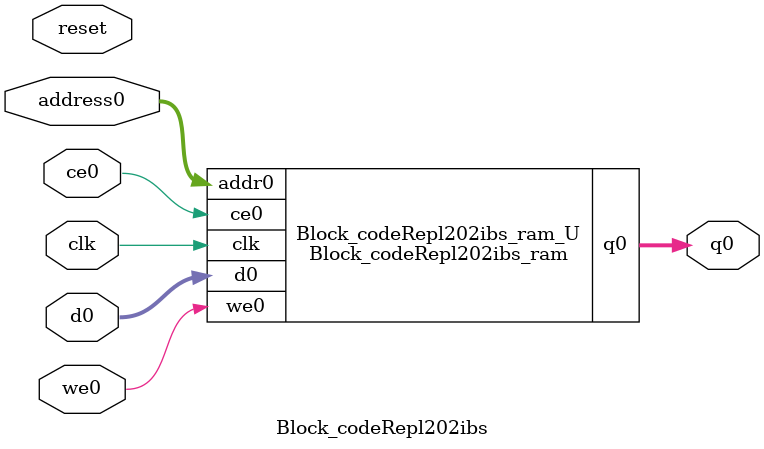
<source format=v>
`timescale 1 ns / 1 ps
module Block_codeRepl202ibs_ram (addr0, ce0, d0, we0, q0,  clk);

parameter DWIDTH = 5;
parameter AWIDTH = 20;
parameter MEM_SIZE = 819200;

input[AWIDTH-1:0] addr0;
input ce0;
input[DWIDTH-1:0] d0;
input we0;
output reg[DWIDTH-1:0] q0;
input clk;

(* ram_style = "block" *)reg [DWIDTH-1:0] ram[0:MEM_SIZE-1];




always @(posedge clk)  
begin 
    if (ce0) begin
        if (we0) 
            ram[addr0] <= d0; 
        q0 <= ram[addr0];
    end
end


endmodule

`timescale 1 ns / 1 ps
module Block_codeRepl202ibs(
    reset,
    clk,
    address0,
    ce0,
    we0,
    d0,
    q0);

parameter DataWidth = 32'd5;
parameter AddressRange = 32'd819200;
parameter AddressWidth = 32'd20;
input reset;
input clk;
input[AddressWidth - 1:0] address0;
input ce0;
input we0;
input[DataWidth - 1:0] d0;
output[DataWidth - 1:0] q0;



Block_codeRepl202ibs_ram Block_codeRepl202ibs_ram_U(
    .clk( clk ),
    .addr0( address0 ),
    .ce0( ce0 ),
    .we0( we0 ),
    .d0( d0 ),
    .q0( q0 ));

endmodule


</source>
